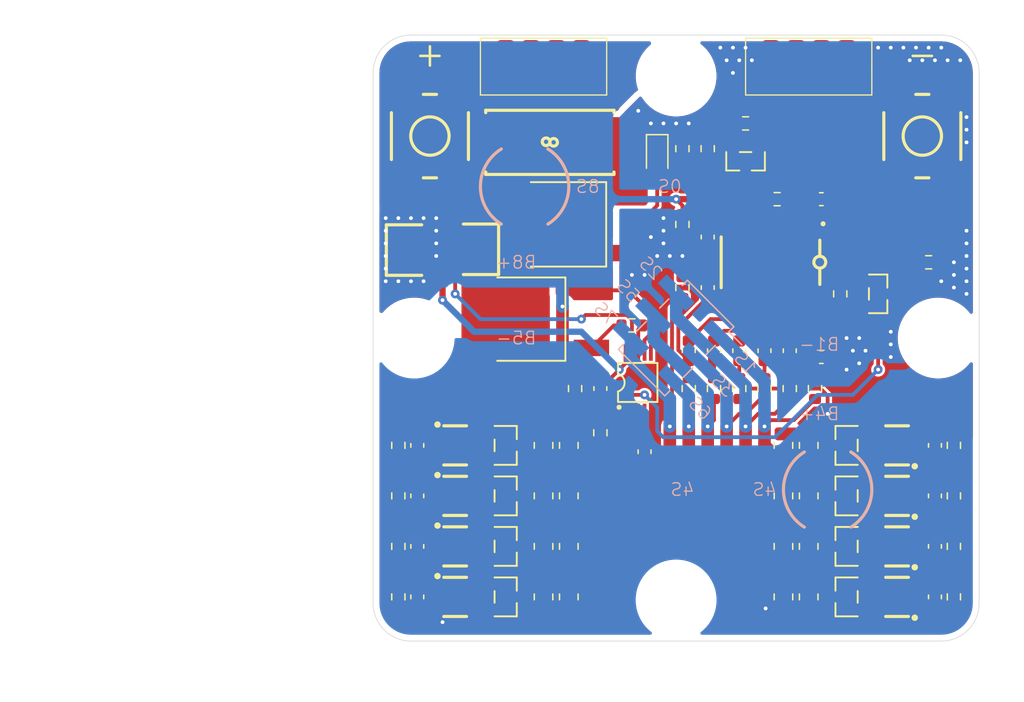
<source format=kicad_pcb>
(kicad_pcb (version 20240108) (generator "pcbnew") (generator_version "8.0")
  (layers (0 "F.Cu" signal) (31 "B.Cu" signal) (34 "B.Paste" user) (35 "F.Paste" user) (36 "B.SilkS" user "B.Silkscreen") (37 "F.SilkS" user "F.Silkscreen") (38 "B.Mask" user) (39 "F.Mask" user) (44 "Edge.Cuts" user))
  (net 0 "")
  (net 1 "GND")
  (net 2 "V1")
  (net 3 "V2")
  (net 4 "V3")
  (net 5 "V4")
  (net 6 "V7")
  (net 7 "V8")
  (net 8 "V6")
  (net 9 "1S")
  (net 10 "V5")
  (net 11 "2S")
  (net 12 "3S")
  (net 13 "Net-(U18-TIMER)")
  (net 14 "VOUT")
  (net 15 "DO")
  (net 16 "CO")
  (net 17 "Net-(U18-VREF)")
  (net 18 "Net-(U18-PROG)")
  (net 19 "Net-(U18-GATE)")
  (net 21 "4S")
  (net 22 "5S")
  (net 23 "6S")
  (net 24 "7S")
  (net 25 "8S")
  (net 26 "Net-(UB1-VDD)")
  (net 27 "Net-(UB2-VDD)")
  (net 28 "Net-(UB3-VDD)")
  (net 29 "Net-(UB4-VDD)")
  (net 30 "Net-(UB5-VDD)")
  (net 31 "Net-(UB6-VDD)")
  (net 32 "Net-(UB7-VDD)")
  (net 33 "Net-(UB8-VDD)")
  (net 34 "Net-(QB1-D)")
  (net 35 "Net-(QB1-G)")
  (net 36 "Net-(QB2-G)")
  (net 37 "Net-(QB2-D)")
  (net 38 "Net-(QB3-D)")
  (net 39 "Net-(QB3-G)")
  (net 40 "Net-(QB4-G)")
  (net 41 "Net-(QB4-D)")
  (net 42 "Net-(QB5-D)")
  (net 43 "Net-(QB5-G)")
  (net 44 "Net-(QB6-G)")
  (net 45 "Net-(QB6-D)")
  (net 46 "Net-(QB7-G)")
  (net 47 "Net-(QB7-D)")
  (net 48 "Net-(QB8-G)")
  (net 49 "Net-(QB8-D)")
  (net 74 "Net-(UP1-VDD)")
  (net 75 "Net-(DF1-A)")
  (net 76 "Net-(QF1-G)")
  (net 77 "Net-(QF1-S)")
  (net 78 "Net-(QF1-D)")
  (net 79 "Net-(QF3-D)")
  (net 80 "Net-(QF4-D)")
  (net 81 "Net-(UP1-TS)")
  (net 85 "Net-(DF1-K)")
  (footprint "Resistor_SMD:R_0603_1608Metric" (layer "F.Cu") (at 83 64 180)
    (property "Reference" "RP9" (hide yes))
    (property "Value" "300")
  )
  (footprint "Resistor_SMD:R_0603_1608Metric" (layer "F.Cu") (at 53 91.5 -90)
    (property "Reference" "RB6" (hide yes))
    (property "Value" "100")
  )
  (footprint "EasyEDA2KiCad:SOT-23-3_L2.9-W1.6-P1.90-LS2.8-BR" (layer "F.Cu") (at 61.5 83.5 180)
    (property "Reference" "QB8" (hide yes))
    (property "Value" "AO3400A")
  )
  (footprint "Resistor_SMD:R_0603_1608Metric" (layer "F.Cu") (at 71.5 74)
    (property "Reference" "RF5" (hide yes))
    (property "Value" "10")
  )
  (footprint "EasyEDA2KiCad:CONN-SMD_TS34031" (layer "F.Cu") (at 94.5 59 90)
    (property "Reference" "JE1" (hide yes))
    (property "Value" "TS34031")
  )
  (footprint "EasyEDA2KiCad:SOT-23-3_L2.9-W1.3-P1.90-LS2.4-BR" (layer "F.Cu") (at 91 71.5 180)
    (property "Reference" "QF3" (hide yes))
    (property "Value" "2N7002")
  )
  (footprint "Resistor_SMD:R_0805_2012Metric" (layer "F.Cu") (at 64.5 87.5 -90)
    (property "Reference" "RB15" (hide yes))
    (property "Value" "200")
  )
  (footprint "EasyEDA2KiCad:VSSOP-10_L3.0-W3.0-P0.50-LS4.9-BL" (layer "F.Cu") (at 72 78.5)
    (property "Reference" "U18" (hide yes))
    (property "Value" "TPS2491DGSR")
  )
  (footprint "Capacitor_SMD:C_0603_1608Metric" (layer "F.Cu") (at 95.5 91.5 90)
    (property "Reference" "CB3" (hide yes))
    (property "Value" "100n")
  )
  (footprint "Resistor_SMD:R_0805_2012Metric" (layer "F.Cu") (at 66.5 95.5 -90)
    (property "Reference" "RB21" (hide yes))
    (property "Value" "200")
  )
  (footprint "Resistor_SMD:R_0805_2012Metric" (layer "F.Cu") (at 66.5 91.5 -90)
    (property "Reference" "RB22" (hide yes))
    (property "Value" "200")
  )
  (footprint "MountingHole:MountingHole_3mm" (layer "F.Cu") (at 54.25 75)
    (property "Reference" "H4" (hide yes))
    (property "Value" "MountingHole")
  )
  (footprint "Resistor_SMD:R_0603_1608Metric" (layer "F.Cu") (at 53 87.5 -90)
    (property "Reference" "RB7" (hide yes))
    (property "Value" "100")
  )
  (footprint "Resistor_SMD:R_0603_1608Metric" (layer "F.Cu") (at 53 95.5 -90)
    (property "Reference" "RB5" (hide yes))
    (property "Value" "100")
  )
  (footprint "Resistor_SMD:R_0603_1608Metric" (layer "F.Cu") (at 80.5 58 180)
    (property "Reference" "RF8" (hide yes))
    (property "Value" "10K")
  )
  (footprint "EasyEDA2KiCad:TO-252-2_L6.6-W6.1-P4.57-LS10.0-BR-CW" (layer "F.Cu") (at 65 73.5)
    (property "Reference" "QF1" (hide yes))
    (property "Value" "MS50N06")
  )
  (footprint "EasyEDA2KiCad:FUSE-SMD_L9.7-W5.0" (layer "F.Cu") (at 65 59.5 180)
    (property "Reference" "F1" (hide yes))
    (property "Value" "0154010.DR")
  )
  (footprint "Capacitor_SMD:C_0603_1608Metric" (layer "F.Cu") (at 95.5 95.5 90)
    (property "Reference" "CB4" (hide yes))
    (property "Value" "100n")
  )
  (footprint "EasyEDA2KiCad:SOT-23-6_L2.9-W1.6-P0.95-LS2.8-BR" (layer "F.Cu") (at 92.5 95.5)
    (property "Reference" "UB4" (hide yes))
    (property "Value" "HY2213-BB3A")
  )
  (footprint "Capacitor_SMD:C_0603_1608Metric" (layer "F.Cu") (at 54.5 95.5 -90)
    (property "Reference" "CB5" (hide yes))
    (property "Value" "100n")
  )
  (footprint "Resistor_SMD:R_0805_2012Metric" (layer "F.Cu") (at 85.5 95.5 90)
    (property "Reference" "RB12" (hide yes))
    (property "Value" "200")
  )
  (footprint "EasyEDA2KiCad:SOT-23-3_L2.9-W1.6-P1.90-LS2.8-BR" (layer "F.Cu") (at 61.5 91.5 180)
    (property "Reference" "QB6" (hide yes))
    (property "Value" "AO3400A")
  )
  (footprint "Capacitor_SMD:C_0603_1608Metric" (layer "F.Cu") (at 82 76 -90)
    (property "Reference" "CP3" (hide yes))
    (property "Value" "100n")
  )
  (footprint "MountingHole:MountingHole_3mm" (layer "F.Cu") (at 95.75 75)
    (property "Reference" "H2" (hide yes))
    (property "Value" "MountingHole")
  )
  (footprint "EasyEDA2KiCad:SOT-23-6_L2.9-W1.6-P0.95-LS2.8-BR" (layer "F.Cu") (at 92.5 87.5)
    (property "Reference" "UB2" (hide yes))
    (property "Value" "HY2213-BB3A")
  )
  (footprint "EasyEDA2KiCad:SOT-23-3_L2.9-W1.6-P1.90-LS2.8-BR" (layer "F.Cu") (at 88.5 95.5)
    (property "Reference" "QB4" (hide yes))
    (property "Value" "AO3400A")
  )
  (footprint "MountingHole:MountingHole_3mm" (layer "F.Cu") (at 75 54.25)
    (property "Reference" "H1" (hide yes))
    (property "Value" "MountingHole")
  )
  (footprint "Capacitor_SMD:C_0603_1608Metric" (layer "F.Cu") (at 54.5 87.5 -90)
    (property "Reference" "CB7" (hide yes))
    (property "Value" "100n")
  )
  (footprint "Capacitor_SMD:C_0603_1608Metric" (layer "F.Cu") (at 77.5 71 90)
    (property "Reference" "CP7" (hide yes))
    (property "Value" "100n")
  )
  (footprint "Capacitor_SMD:C_0603_1608Metric" (layer "F.Cu") (at 84 76 -90)
    (property "Reference" "CP2" (hide yes))
    (property "Value" "100n")
  )
  (footprint "Resistor_SMD:R_0603_1608Metric" (layer "F.Cu") (at 97 95.5 90)
    (property "Reference" "RB4" (hide yes))
    (property "Value" "100")
  )
  (footprint "EasyEDA2KiCad:SOT-23-6_L2.9-W1.6-P0.95-LS2.8-BR" (layer "F.Cu") (at 57.5 87.5 180)
    (property "Reference" "UB7" (hide yes))
    (property "Value" "HY2213-BB3A")
  )
  (footprint "Capacitor_SMD:C_0603_1608Metric" (layer "F.Cu") (at 54.5 91.5 -90)
    (property "Reference" "CB6" (hide yes))
    (property "Value" "100n")
  )
  (footprint "Capacitor_SMD:C_0603_1608Metric" (layer "F.Cu") (at 77.5 67 90)
    (property "Reference" "CP8" (hide yes))
    (property "Value" "100n")
  )
  (footprint "Capacitor_SMD:C_0603_1608Metric" (layer "F.Cu") (at 86.5 64 180)
    (property "Reference" "CP9" (hide yes))
    (property "Value" "100n")
  )
  (footprint "Resistor_SMD:R_0603_1608Metric" (layer "F.Cu") (at 95 69)
    (property "Reference" "TH1" (hide yes))
    (property "Value" "NTCS0603E3103JHT")
  )
  (footprint "Resistor_SMD:R_0603_1608Metric" (layer "F.Cu") (at 97 83.5 90)
    (property "Reference" "RB1" (hide yes))
    (property "Value" "100")
  )
  (footprint "Resistor_SMD:R_0603_1608Metric" (layer "F.Cu") (at 53 83.5 -90)
    (property "Reference" "RB8" (hide yes))
    (property "Value" "100")
  )
  (footprint "Capacitor_SMD:C_0603_1608Metric" (layer "F.Cu") (at 78 76 -90)
    (property "Reference" "CP5" (hide yes))
    (property "Value" "100n")
  )
  (footprint "Capacitor_SMD:C_0603_1608Metric" (layer "F.Cu") (at 95.5 83.5 90)
    (property "Reference" "CB1" (hide yes))
    (property "Value" "100n")
  )
  (footprint "Resistor_SMD:R_0603_1608Metric" (layer "F.Cu") (at 84 79 -90)
    (property "Reference" "RP2" (hide yes))
    (property "Value" "1K")
  )
  (footprint "Resistor_SMD:R_0805_2012Metric" (layer "F.Cu") (at 85.5 91.5 90)
    (property "Reference" "RB11" (hide yes))
    (property "Value" "200")
  )
  (footprint "Resistor_SMD:R_0805_2012Metric" (layer "F.Cu") (at 83.5 83.5 90)
    (property "Reference" "RB17" (hide yes))
    (property "Value" "200")
  )
  (footprint "EasyEDA2KiCad:SOT-23-3_L2.9-W1.6-P1.90-LS2.8-BR" (layer "F.Cu") (at 61.5 95.5 180)
    (property "Reference" "QB5" (hide yes))
    (property "Value" "AO3400A")
  )
  (footprint "Resistor_SMD:R_0805_2012Metric" (layer "F.Cu") (at 64.5 91.5 -90)
    (property "Reference" "RB14" (hide yes))
    (property "Value" "200")
  )
  (footprint "Resistor_SMD:R_0603_1608Metric" (layer "F.Cu") (at 86 79 -90)
    (property "Reference" "RP1" (hide yes))
    (property "Value" "1K")
  )
  (footprint "Resistor_SMD:R_0805_2012Metric" (layer "F.Cu") (at 83.5 87.5 90)
    (property "Reference" "RB18" (hide yes))
    (property "Value" "200")
  )
  (footprint "EasyEDA2KiCad:SOT-23-3_L2.9-W1.3-P1.90-LS2.4-BR" (layer "F.Cu") (at 80.5 61 90)
    (property "Reference" "QF4" (hide yes))
    (property "Value" "2N7002")
  )
  (footprint "Capacitor_SMD:C_0603_1608Metric" (layer "F.Cu") (at 80 76 -90)
    (property "Reference" "CP4" (hide yes))
    (property "Value" "100n")
  )
  (footprint "EasyEDA2KiCad:SOT-23-6_L2.9-W1.6-P0.95-LS2.8-BR" (layer "F.Cu") (at 57.5 95.5 180)
    (property "Reference" "UB5" (hide yes))
    (property "Value" "HY2213-BB3A")
  )
  (footprint "EasyEDA2KiCad:TO-252-2_L6.6-W6.1-P4.57-LS9.9-TL-CW" (layer "F.Cu") (at 68 66 180)
    (property "Reference" "QF2" (hide yes))
    (property "Value" "NCE40P40K")
  )
  (footprint "EasyEDA2KiCad:4p_BC" (layer "F.Cu") (at 85.5 53.5)
    (property "Reference" "JE4" (hide yes))
    (property "Value" "Conn_01x04_Socket")
  )
  (footprint "Capacitor_SMD:C_0603_1608Metric" (layer "F.Cu") (at 76 76 -90)
    (property "Reference" "CP6" (hide yes))
    (property "Value" "100n")
  )
  (footprint "Capacitor_SMD:C_0603_1608Metric" (layer "F.Cu") (at 86.5 76.5 180)
    (property "Reference" "CP1" (hide yes))
    (property "Value" "100n")
  )
  (footprint "Resistor_SMD:R_0603_1608Metric" (layer "F.Cu") (at 77.5 60 -90)
    (property "Reference" "RF7" (hide yes))
    (property "Value" "10K")
  )
  (footprint "EasyEDA2KiCad:RES-SMD_L6.4-W3.2-A" (layer "F.Cu") (at 56.5 68)
    (property "Reference" "RF10" (hide yes))
    (property "Value" "6m")
  )
  (footprint "Resistor_SMD:R_0603_1608Metric" (layer "F.Cu") (at 82 79 -90)
    (property "Reference" "RP3" (hide yes))
    (property "Value" "1K")
  )
  (footprint "Resistor_SMD:R_0603_1608Metric" (layer "F.Cu") (at 97 91.5 90)
    (property "Reference" "RB3" (hide yes))
    (property "Value" "100")
  )
  (footprint "EasyEDA2KiCad:SOT-23-6_L2.9-W1.6-P0.95-LS2.8-BR" (layer "F.Cu") (at 57.5 83.5 180)
    (property "Reference" "UB8" (hide yes))
    (property "Value" "HY2213-BB3A")
  )
  (footprint "EasyEDA2KiCad:CONN-SMD_TS34031" (layer "F.Cu") (at 55.5 59 90)
    (property "Reference" "JE2" (hide yes))
    (property "Value" "TS34031")
  )
  (footprint "MountingHole:MountingHole_3mm" (layer "F.Cu") (at 75 95.75)
    (property "Reference" "H3" (hide yes))
    (property "Value" "MountingHole")
  )
  (footprint "Resistor_SMD:R_0603_1608Metric" (layer "F.Cu") (at 75.5 71 -90)
    (property "Reference" "RP7" (hide yes))
    (property "Value" "1K")
  )
  (footprint "EasyEDA2KiCad:SOT-23-3_L2.9-W1.6-P1.90-LS2.8-BR" (layer "F.Cu") (at 88.5 83.5)
    (property "Reference" "QB1" (hide yes))
    (property "Value" "AO3400A")
  )
  (footprint "Capacitor_SMD:C_0603_1608Metric" (layer "F.Cu") (at 72.5 84 -90)
    (property "Reference" "CF2" (hide yes))
    (property "Value" "33n")
  )
  (footprint "Resistor_SMD:R_0603_1608Metric" (layer "F.Cu") (at 75.5 66 90)
    (property "Reference" "RP8" (hide yes))
    (property "Value" "1K")
  )
  (footprint "EasyEDA2KiCad:SOT-23-6_L2.9-W1.6-P0.95-LS2.8-BR" (layer "F.Cu") (at 92.5 91.5)
    (property "Reference" "UB3" (hide yes))
    (property "Value" "HY2213-BB3A")
  )
  (footprint "Resistor_SMD:R_0805_2012Metric" (layer "F.Cu") (at 85.5 83.5 90)
    (property "Reference" "RB9" (hide yes))
    (property "Value" "200")
  )
  (footprint "Resistor_SMD:R_0603_1608Metric" (layer "F.Cu") (at 76 79 -90)
    (property "Reference" "RP6" (hide yes))
    (property "Value" "1K")
  )
  (footprint "EasyEDA2KiCad:SOT-23-6_L2.9-W1.6-P0.95-LS2.8-BR" (layer "F.Cu") (at 57.5 91.5 180)
    (property "Reference" "UB6" (hide yes))
    (property "Value" "HY2213-BB3A")
  )
  (footprint "Resistor_SMD:R_0603_1608Metric" (layer "F.Cu") (at 67 79 -90)
    (property "Reference" "RF1" (hide yes))
    (property "Value" "51K")
  )
  (footprint "Capacitor_SMD:C_0603_1608Metric" (layer "F.Cu") (at 69 79 90)
    (property "Reference" "CF1" (hide yes))
    (property "Value" "100n")
  )
  (footprint "Diode_SMD:D_SOD-323" (layer "F.Cu") (at 73.5 60.5 -90)
    (property "Reference" "DF1" (hide yes))
    (property "Value" "D_Zener 12V")
  )
  (footprint "Capacitor_SMD:C_0603_1608Metric" (layer "F.Cu") (at 54.5 83.5 -90)
    (property "Reference" "CB8" (hide yes))
    (property "Value" "100n")
  )
  (footprint "EasyEDA2KiCad:TSSOP-24_L7.8-W4.4-P0.65-LS6.4-BL" (layer "F.Cu") (at 82.5 69 180)
    (property "Reference" "UP1" (hide yes))
    (property "Value" "BQ7721605PWR")
  )
  (footprint "Resistor_SMD:R_0805_2012Metric" (layer "F.Cu") (at 64.5 95.5 -90)
    (property "Reference" "RB13" (hide yes))
    (property "Value" "200")
  )
  (footprint "Resistor_SMD:R_0603_1608Metric" (layer "F.Cu") (at 97 87.5 90)
    (property "Reference" "RB2" (hide yes))
    (property "Value" "100")
  )
  (footprint "Capacitor_SMD:C_0603_1608Metric" (layer "F.Cu") (at 95.5 87.5 90)
    (property "Reference" "CB2" (hide yes))
    (property "Value" "100n")
  )
  (footprint "Resistor_SMD:R_0805_2012Metric" (layer "F.Cu") (at 64.5 83.5 -90)
    (property "Reference" "RB16" (hide yes))
    (property "Value" "200")
  )
  (footprint "EasyEDA2KiCad:4p_BC" (layer "F.Cu") (at 64.5 53.5)
    (property "Reference" "JE3" (hide yes))
    (property "Value" "Conn_01x04_Socket")
  )
  (footprint "EasyEDA2KiCad:SOT-23-3_L2.9-W1.6-P1.90-LS2.8-BR" (layer "F.Cu") (at 88.5 87.5)
    (property "Reference" "QB2" (hide yes))
    (property "Value" "AO3400A")
  )
  (footprint "Resistor_SMD:R_0805_2012Metric" (layer "F.Cu") (at 66.5 83.5 -90)
    (property "Reference" "RB24" (hide yes))
    (property "Value" "200")
  )
  (footprint "Resistor_SMD:R_0805_2012Metric" (layer "F.Cu") (at 83.5 91.5 90)
    (property "Reference" "RB19" (hide yes))
    (property "Value" "200")
  )
  (footprint "Resistor_SMD:R_0603_1608Metric" (layer "F.Cu") (at 75.5 60 90)
    (property "Reference" "RF6" (hide yes))
    (property "Value" "10K")
  )
  (footprint "Resistor_SMD:R_0603_1608Metric" (layer "F.Cu") (at 80 79 -90)
    (property "Reference" "RP4" (hide yes))
    (property "Value" "1K")
  )
  (footprint "Resistor_SMD:R_0805_2012Metric" (layer "F.Cu") (at 85.5 87.5 90)
    (property "Reference" "RB10" (hide yes))
    (property "Value" "200")
  )
  (footprint "Resistor_SMD:R_0603_1608Metric" (layer "F.Cu") (at 78 79 -90)
    (property "Reference" "RP5" (hide yes))
    (property "Value" "1K")
  )
  (footprint "EasyEDA2KiCad:SOT-23-3_L2.9-W1.6-P1.90-LS2.8-BR" (layer "F.Cu") (at 61.5 87.5 180)
    (property "Reference" "QB7" (hide yes))
    (property "Value" "AO3400A")
  )
  (footprint "Resistor_SMD:R_0805_2012Metric" (layer "F.Cu") (at 66.5 87.5 -90)
    (property "Reference" "RB23" (hide yes))
    (property "Value" "200")
  )
  (footprint "Resistor_SMD:R_0805_2012Metric" (layer "F.Cu") (at 83.5 95.5 90)
    (property "Reference" "RB20" (hide yes))
    (property "Value" "200")
  )
  (footprint "Resistor_SMD:R_0603_1608Metric" (layer "F.Cu") (at 88 71.5 -90)
    (property "Reference" "RF2" (hide yes))
    (property "Value" "10K")
  )
  (footprint "EasyEDA2KiCad:SOT-23-3_L2.9-W1.6-P1.90-LS2.8-BR" (layer "F.Cu") (at 88.5 91.5)
    (property "Reference" "QB3" (hide yes))
    (property "Value" "AO3400A")
  )
  (footprint "Resistor_SMD:R_0603_1608Metric" (layer "F.Cu") (at 69 82.5 -90)
    (property "Reference" "RF3" (hide yes))
    (property "Value" "47K")
  )
  (footprint "EasyEDA2KiCad:SOT-23-6_L2.9-W1.6-P0.95-LS2.8-BR" (layer "F.Cu") (at 92.5 83.5)
    (property "Reference" "UB1" (hide yes))
    (property "Value" "HY2213-BB3A")
  )
  (footprint "Battery:li-ion 21700 positive terminal contact" (layer "B.Cu") (at 63 63 180)
    (property "Reference" "JI4" (hide yes))
    (property "Value" "MY-FJ-04-J")
  )
  (footprint "Battery:li-ion 21700 negative terminal contact" (layer "B.Cu") (at 87 63 180)
    (property "Reference" "JI1" (hide yes))
    (property "Value" "Flat Copper Pad")
  )
  (footprint "Battery:li-ion 21700 negative terminal contact" (layer "B.Cu") (at 63 87 180)
    (property "Reference" "JI2" (hide yes))
    (property "Value" "Flat Copper Pad")
  )
  (footprint "Battery:li-ion 21700 positive terminal contact" (layer "B.Cu") (at 87 87 180)
    (property "Reference" "JI3" (hide yes))
    (property "Value" "MY-FJ-04-J")
  )
  (footprint "Connector_PinHeader_2.54mm:PinHeader_2x03_P2.54mm_Vertical_SMD" (layer "B.Cu") (at 75 75 135)
    (property "Reference" "JI5" (hide yes))
    (property "Value" "Conn_02x03_Odd_Even")
  )
  (gr_arc (start 96 51) (mid 98.12132 51.87868) (end 99 54) (stroke (width 0.05)) (layer "Edge.Cuts"))
  (gr_line (start 54 51) (end 96 51) (stroke (width 0.05)) (layer "Edge.Cuts"))
  (gr_line (start 96 99) (end 54 99) (stroke (width 0.05)) (layer "Edge.Cuts"))
  (gr_line (start 99 54) (end 99 96) (stroke (width 0.05)) (layer "Edge.Cuts"))
  (gr_line (start 51 96) (end 51 54) (stroke (width 0.05)) (layer "Edge.Cuts"))
  (gr_arc (start 54 99) (mid 51.87868 98.12132) (end 51 96) (stroke (width 0.05)) (layer "Edge.Cuts"))
  (gr_arc (start 99 96) (mid 98.12132 98.12132) (end 96 99) (stroke (width 0.05)) (layer "Edge.Cuts"))
  (gr_arc (start 51 54) (mid 51.87868 51.87868) (end 54 51) (stroke (width 0.05)) (layer "Edge.Cuts"))
  (gr_text "5S" (at 71.5 72.4 315) (layer "B.SilkS") (effects (font (size 1 1) (thickness 0.1)) (justify left bottom mirror)))
  (gr_text "0S" (at 74.5 63 0) (layer "B.SilkS") (effects (font (size 1 1) (thickness 0.1)) (justify mirror)))
  (gr_text "7S" (at 69.7 74.2 315) (layer "B.SilkS") (effects (font (size 1 1) (thickness 0.1)) (justify left bottom mirror)))
  (gr_text "4S" (at 75.5 87 0) (layer "B.SilkS") (effects (font (size 1 1) (thickness 0.1)) (justify mirror)))
  (gr_text "B8+" (at 64 69 0) (layer "B.SilkS") (effects (font (size 1 1) (thickness 0.1)) (justify left mirror)))
  (gr_text "B4+" (at 88 81 0) (layer "B.SilkS") (effects (font (size 1 1) (thickness 0.1)) (justify left mirror)))
  (gr_text "3S" (at 79 79.9 315) (layer "B.SilkS") (effects (font (size 1 1) (thickness 0.1)) (justify left bottom mirror)))
  (gr_text "B5-" (at 64 75 0) (layer "B.SilkS") (effects (font (size 1 1) (thickness 0.1)) (justify left mirror)))
  (gr_text "8S" (at 68 63 0) (layer "B.SilkS") (effects (font (size 1 1) (thickness 0.1)) (justify mirror)))
  (gr_text "2S" (at 73.3 70.6 315) (layer "B.SilkS") (effects (font (size 1 1) (thickness 0.1)) (justify left bottom mirror)))
  (gr_text "6S" (at 77.2 81.7 315) (layer "B.SilkS") (effects (font (size 1 1) (thickness 0.1)) (justify left bottom mirror)))
  (gr_text "4S" (at 82 87 0) (layer "B.SilkS") (effects (font (size 1 1) (thickness 0.1)) (justify mirror)))
  (gr_text "1S" (at 80.8 78.1 315) (layer "B.SilkS") (effects (font (size 1 1) (thickness 0.1)) (justify left bottom mirror)))
  (gr_text "B1-" (at 88 75.5 0) (layer "B.SilkS") (effects (font (size 1 1) (thickness 0.1)) (justify left mirror)))
  (gr_text "+" (at 55.5 52.5 0) (layer "F.SilkS") (effects (font (size 2 2) (thickness 0.2) (bold yes))))
  (gr_text "-" (at 94.5 52.5 0) (layer "F.SilkS") (effects (font (size 2 2) (thickness 0.2) (bold yes))))
  (segment (start 95.325 82.55) (end 95.5 82.725) (width 0.5) (layer "F.Cu") (net 1))
  (segment (start 93.85 82.55) (end 95.325 82.55) (width 0.5) (layer "F.Cu") (net 1))
  (via (at 97 69) (size 0.7) (drill 0.3) (layers "F.Cu" "B.Cu") (net 1))
  (via (at 96.5 53) (size 0.7) (drill 0.3) (layers "F.Cu" "B.Cu") (net 1))
  (via (at 98 59.5) (size 0.7) (drill 0.3) (layers "F.Cu" "B.Cu") (net 1))
  (via (at 75.5 68.5) (size 0.7) (drill 0.3) (layers "F.Cu" "B.Cu") (net 1))
  (via (at 97 70) (size 0.7) (drill 0.3) (layers "F.Cu" "B.Cu") (net 1))
  (via (at 78.5 52) (size 0.7) (drill 0.3) (layers "F.Cu" "B.Cu") (net 1))
  (via (at 81 53) (size 0.7) (drill 0.3) (layers "F.Cu" "B.Cu") (net 1))
  (via (at 71.5 70) (size 0.7) (drill 0.3) (layers "F.Cu" "B.Cu") (net 1))
  (via (at 92 52) (size 0.7) (drill 0.3) (layers "F.Cu" "B.Cu") (net 1))
  (via (at 80 53) (size 0.7) (drill 0.3) (layers "F.Cu" "B.Cu") (net 1))
  (via (at 93.5 53) (size 0.7) (drill 0.3) (layers "F.Cu" "B.Cu") (net 1))
  (via (at 74.5 68.5) (size 0.7) (drill 0.3) (layers "F.Cu" "B.Cu") (net 1))
  (via (at 98 70.5) (size 0.7) (drill 0.3) (layers "F.Cu" "B.Cu") (net 1))
  (via (at 79.5 52) (size 0.7) (drill 0.3) (layers "F.Cu" "B.Cu") (net 1))
  (via (at 74 65.5) (size 0.7) (drill 0.3) (layers "F.Cu" "B.Cu") (net 1))
  (via (at 88.5 75) (size 0.7) (drill 0.3) (layers "F.Cu" "B.Cu") (net 1))
  (via (at 72.5 70) (size 0.7) (drill 0.3) (layers "F.Cu" "B.Cu") (net 1))
  (via (at 79 53) (size 0.7) (drill 0.3) (layers "F.Cu" "B.Cu") (net 1))
  (via (at 98 69.5) (size 0.7) (drill 0.3) (layers "F.Cu" "B.Cu") (net 1))
  (via (at 94.5 53) (size 0.7) (drill 0.3) (layers "F.Cu" "B.Cu") (net 1))
  (via (at 73 67) (size 0.7) (drill 0.3) (layers "F.Cu" "B.Cu") (net 1))
  (via (at 97 71) (size 0.7) (drill 0.3) (layers "F.Cu" "B.Cu") (net 1))
  (via (at 89.5 75) (size 0.7) (drill 0.3) (layers "F.Cu" "B.Cu") (net 1))
  (via (at 98 67.5) (size 0.7) (drill 0.3) (layers "F.Cu" "B.Cu") (net 1))
  (via (at 92 75.5) (size 0.7) (drill 0.3) (layers "F.Cu" "B.Cu") (net 1))
  (via (at 91 52) (size 0.7) (drill 0.3) (layers "F.Cu" "B.Cu") (net 1))
  (via (at 89.5 77) (size 0.7) (drill 0.3) (layers "F.Cu" "B.Cu") (net 1))
  (via (at 92 76.5) (size 0.7) (drill 0.3) (layers "F.Cu" "B.Cu") (net 1))
  (via (at 94 52) (size 0.7) (drill 0.3) (layers "F.Cu" "B.Cu") (net 1))
  (via (at 75 58) (size 0.7) (drill 0.3) (layers "F.Cu" "B.Cu") (net 1))
  (via (at 76 58) (size 0.7) (drill 0.3) (layers "F.Cu" "B.Cu") (net 1))
  (via (at 80.5 52) (size 0.7) (drill 0.3) (layers "F.Cu" "B.Cu") (net 1))
  (via (at 88.5 77.5) (size 0.7) (drill 0.3) (layers "F.Cu" "B.Cu") (net 1))
  (via (at 98 66.5) (size 0.7) (drill 0.3) (layers "F.Cu" "B.Cu") (net 1))
  (via (at 95.5 53) (size 0.7) (drill 0.3) (layers "F.Cu" "B.Cu") (net 1))
  (via (at 92 74.5) (size 0.7) (drill 0.3) (layers "F.Cu" "B.Cu") (net 1))
  (via (at 96 70.5) (size 0.7) (drill 0.3) (layers "F.Cu" "B.Cu") (net 1))
  (via (at 74 67.5) (size 0.7) (drill 0.3) (layers "F.Cu" "B.Cu") (net 1))
  (via (at 98 68.5) (size 0.7) (drill 0.3) (layers "F.Cu" "B.Cu") (net 1))
  (via (at 73 58) (size 0.7) (drill 0.3) (layers "F.Cu" "B.Cu") (net 1))
  (via (at 98 57.5) (size 0.7) (drill 0.3) (layers "F.Cu" "B.Cu") (net 1))
  (via (at 74 66.5) (size 0.7) (drill 0.3) (layers "F.Cu" "B.Cu") (net 1))
  (via (at 79.5 54) (size 0.7) (drill 0.3) (layers "F.Cu" "B.Cu") (net 1))
  (via (at 98 71.5) (size 0.7) (drill 0.3) (layers "F.Cu" "B.Cu") (net 1))
  (via (at 90 76) (size 0.7) (drill 0.3) (layers "F.Cu" "B.Cu") (net 1))
  (via (at 72 57) (size 0.7) (drill 0.3) (layers "F.Cu" "B.Cu") (net 1))
  (via (at 73.5 68.5) (size 0.7) (drill 0.3) (layers "F.Cu" "B.Cu") (net 1))
  (via (at 93 52) (size 0.7) (drill 0.3) (layers "F.Cu" "B.Cu") (net 1))
  (via (at 97.5 53) (size 0.7) (drill 0.3) (layers "F.Cu" "B.Cu") (net 1))
  (via (at 95 52) (size 0.7) (drill 0.3) (layers "F.Cu" "B.Cu") (net 1))
  (via (at 89 76) (size 0.7) (drill 0.3) (layers "F.Cu" "B.Cu") (net 1))
  (via (at 74 58) (size 0.7) (drill 0.3) (layers "F.Cu" "B.Cu") (net 1))
  (via (at 96 52) (size 0.7) (drill 0.3) (layers "F.Cu" "B.Cu") (net 1))
  (via (at 98 58.5) (size 0.7) (drill 0.3) (layers "F.Cu" "B.Cu") (net 1))
  (segment (start 86 78.175) (end 86 76.775) (width 0.3) (layer "F.Cu") (net 2))
  (segment (start 84.45 75.225) (end 85.725 76.5) (width 0.3) (layer "F.Cu") (net 2))
  (segment (start 83.47 72.02) (end 83.47 74.695) (width 0.3) (layer "F.Cu") (net 2))
  (segment (start 86 76.775) (end 85.725 76.5) (width 0.3) (layer "F.Cu") (net 2))
  (segment (start 84 75.225) (end 84.45 75.225) (width 0.3) (layer "F.Cu") (net 2))
  (segment (start 83.47 74.695) (end 84 75.225) (width 0.3) (layer "F.Cu") (net 2))
  (segment (start 84 76.775) (end 84 78.175) (width 0.3) (layer "F.Cu") (net 3))
  (segment (start 82 75.225) (end 82.45 75.225) (width 0.3) (layer "F.Cu") (net 3))
  (segment (start 82.82 74.405) (end 82 75.225) (width 0.3) (layer "F.Cu") (net 3))
  (segment (start 82.82 72.02) (end 82.82 74.405) (width 0.3) (layer "F.Cu") (net 3))
  (segment (start 82.45 75.225) (end 84 76.775) (width 0.3) (layer "F.Cu") (net 3))
  (segment (start 82.18 73.045) (end 80 75.225) (width 0.3) (layer "F.Cu") (net 4))
  (segment (start 82.18 72.02) (end 82.18 73.045) (width 0.3) (layer "F.Cu") (net 4))
  (segment (start 82 76.775) (end 82 78.175) (width 0.3) (layer "F.Cu") (net 4))
  (segment (start 80.45 75.225) (end 82 76.775) (width 0.3) (layer "F.Cu") (net 4))
  (segment (start 80 75.225) (end 80.45 75.225) (width 0.3) (layer "F.Cu") (net 4))
  (segment (start 78 75.225) (end 78.45 75.225) (width 0.3) (layer "F.Cu") (net 5))
  (segment (start 78.8 74.425) (end 78 75.225) (width 0.3) (layer "F.Cu") (net 5))
  (segment (start 78.45 75.225) (end 80 76.775) (width 0.3) (layer "F.Cu") (net 5))
  (segment (start 80.092894 74.425) (end 78.8 74.425) (width 0.3) (layer "F.Cu") (net 5))
  (segment (start 81.52 72.02) (end 81.52 72.997894) (width 0.3) (layer "F.Cu") (net 5))
  (segment (start 80 76.775) (end 80 78.175) (width 0.3) (layer "F.Cu") (net 5))
  (segment (start 81.52 72.997894) (end 80.092894 74.425) (width 0.3) (layer "F.Cu") (net 5))
  (segment (start 75.5 70.175) (end 77.45 70.175) (width 0.3) (layer "F.Cu") (net 6))
  (segment (start 77.5 70.225) (end 77.5 67.775) (width 0.3) (layer "F.Cu") (net 6))
  (segment (start 77.5 67.775) (end 78.93 66.345) (width 0.3) (layer "F.Cu") (net 6))
  (segment (start 78.93 66.345) (end 78.93 65.98) (width 0.3) (layer "F.Cu") (net 6))
  (segment (start 77.45 70.175) (end 77.5 70.225) (width 0.3) (layer "F.Cu") (net 6))
  (segment (start 79.57 65.98) (end 84.77 65.98) (width 0.3) (layer "F.Cu") (net 7))
  (segment (start 77.5 65.685) (end 77.5 66.225) (width 0.3) (layer "F.Cu") (net 7))
  (segment (start 77.5 66.225) (end 76.1 66.225) (width 0.3) (layer "F.Cu") (net 7))
  (segment (start 76.1 66.225) (end 75.5 66.825) (width 0.3) (layer "F.Cu") (net 7))
  (segment (start 79.57 65.98) (end 79.57 64.855) (width 0.3) (layer "F.Cu") (net 7))
  (segment (start 79.57 64.855) (end 79.52 64.805) (width 0.3) (layer "F.Cu") (net 7))
  (segment (start 78.38 64.805) (end 77.5 65.685) (width 0.3) (layer "F.Cu") (net 7))
  (segment (start 79.52 64.805) (end 78.38 64.805) (width 0.3) (layer "F.Cu") (net 7))
  (segment (start 77.5 71.775) (end 78.685 71.775) (width 0.3) (layer "F.Cu") (net 8))
  (segment (start 76 76.775) (end 76 78.175) (width 0.3) (layer "F.Cu") (net 8))
  (segment (start 78.685 71.775) (end 78.93 72.02) (width 0.3) (layer "F.Cu") (net 8))
  (segment (start 75.175 75.95) (end 76 76.775) (width 0.3) (layer "F.Cu") (net 8))
  (segment (start 75.175 74.1) (end 75.175 75.95) (width 0.3) (layer "F.Cu") (net 8))
  (segment (start 77.5 71.775) (end 75.175 74.1) (width 0.3) (layer "F.Cu") (net 8))
  (segment (start 90.4875 85.5) (end 89.74 86.2475) (width 0.5) (layer "F.Cu") (net 9))
  (segment (start 93.85 86.55) (end 95.325 86.55) (width 0.5) (layer "F.Cu") (net 9))
  (segment (start 85.5 84.4125) (end 83.5 84.4125) (width 1) (layer "F.Cu") (net 9))
  (segment (start 95 85.5) (end 95.825 85.5) (width 0.5) (layer "F.Cu") (net 9))
  (segment (start 82 83.5) (end 82 82) (width 1) (layer "F.Cu") (net 9))
  (segment (start 83.5 84.4125) (end 82.9125 84.4125) (width 1) (layer "F.Cu") (net 9))
  (segment (start 88.3375 86.55) (end 89.74 86.55) (width 1) (layer "F.Cu") (net 9))
  (segment (start 95.325 86.55) (end 95.5 86.725) (width 0.5) (layer "F.Cu") (net 9))
  (segment (start 95 85.5) (end 90.4875 85.5) (width 0.5) (layer "F.Cu") (net 9))
  (segment (start 89.74 86.2475) (end 89.74 86.55) (width 0.5) (layer "F.Cu") (net 9))
  (segment (start 95.5 86) (end 95 85.5) (width 0.5) (layer "F.Cu") (net 9))
  (segment (start 95.5 86.725) (end 95.5 86) (width 0.5) (layer "F.Cu") (net 9))
  (segment (start 85.5 84.4125) (end 86.2 84.4125) (width 1) (layer "F.Cu") (net 9))
  (segment (start 86.2 84.4125) (end 88.3375 86.55) (width 1) (layer "F.Cu") (net 9))
  (segment (start 84.325 81.5) (end 82.5 81.5) (width 0.3) (layer "F.Cu") (net 9))
  (segment (start 82.5 81.5) (end 82 82) (width 0.3) (layer "F.Cu") (net 9))
  (segment (start 95.825 85.5) (end 97 84.325) (width 0.5) (layer "F.Cu") (net 9))
  (segment (start 86 79.825) (end 84.325 81.5) (width 0.3) (layer "F.Cu") (net 9))
  (segment (start 82.9125 84.4125) (end 82 83.5) (width 1) (layer "F.Cu") (net 9))
  (via (at 82 82) (size 0.7) (drill 0.3) (layers "F.Cu" "B.Cu") (net 9))
  (segment (start 82 82) (end 82 78.407897) (width 1) (layer "B.Cu") (net 9))
  (segment (start 82 78.407897) (end 78.581496 74.989393) (width 1) (layer "B.Cu") (net 9))
  (segment (start 79 73.5) (end 77.725 73.5) (width 0.3) (layer "F.Cu") (net 10))
  (segment (start 79.57 72.02) (end 79.57 72.93) (width 0.3) (layer "F.Cu") (net 10))
  (segment (start 78 76.775) (end 78 78.175) (width 0.3) (layer "F.Cu") (net 10))
  (segment (start 79.57 72.93) (end 79 73.5) (width 0.3) (layer "F.Cu") (net 10))
  (segment (start 76.45 75.225) (end 78 76.775) (width 0.3) (layer "F.Cu") (net 10))
  (segment (start 76 75.225) (end 76.45 75.225) (width 0.3) (layer "F.Cu") (net 10))
  (segment (start 77.725 73.5) (end 76 75.225) (width 0.3) (layer "F.Cu") (net 10))
  (segment (start 88.3375 90.55) (end 89.74 90.55) (width 1) (layer "F.Cu") (net 11))
  (segment (start 95.825 89.5) (end 97 88.325) (width 0.5) (layer "F.Cu") (net 11))
  (segment (start 85.5 88.4125) (end 86.2 88.4125) (width 1) (layer "F.Cu") (net 11))
  (segment (start 81.5 81) (end 80.5 82) (width 0.3) (layer "F.Cu") (net 11))
  (segment (start 93.85 90.55) (end 95.325 90.55) (width 0.5) (layer "F.Cu") (net 11))
  (segment (start 80.5 82) (end 80.5 86.1125) (width 1) (layer "F.Cu") (net 11))
  (segment (start 84 79.825) (end 82.825 81) (width 0.3) (layer "F.Cu") (net 11))
  (segment (start 95.325 90.55) (end 95.5 90.725) (width 0.5) (layer "F.Cu") (net 11))
  (segment (start 90.4875 89.5) (end 89.74 90.2475) (width 0.5) (layer "F.Cu") (net 11))
  (segment (start 86.2 88.4125) (end 88.3375 90.55) (width 1) (layer "F.Cu") (net 11))
  (segment (start 82.825 81) (end 81.5 81) (width 0.3) (layer "F.Cu") (net 11))
  (segment (start 95.5 90.725) (end 95.5 90) (width 0.5) (layer "F.Cu") (net 11))
  (segment (start 85.5 88.4125) (end 83.5 88.4125) (width 1) (layer "F.Cu") (net 11))
  (segment (start 95 89.5) (end 95.825 89.5) (width 0.5) (layer "F.Cu") (net 11))
  (segment (start 82.8 88.4125) (end 83.5 88.4125) (width 1) (layer "F.Cu") (net 11))
  (segment (start 89.74 90.2475) (end 89.74 90.55) (width 0.5) (layer "F.Cu") (net 11))
  (segment (start 80.5 86.1125) (end 82.8 88.4125) (width 1) (layer "F.Cu") (net 11))
  (segment (start 95.5 90) (end 95 89.5) (width 0.5) (layer "F.Cu") (net 11))
  (segment (start 95 89.5) (end 90.4875 89.5) (width 0.5) (layer "F.Cu") (net 11))
  (via (at 80.5 82) (size 0.7) (drill 0.3) (layers "F.Cu" "B.Cu") (net 11))
  (segment (start 80.5 78.802942) (end 75.010607 73.313549) (width 1) (layer "B.Cu") (net 11))
  (segment (start 80.5 82) (end 80.5 78.802942) (width 1) (layer "B.Cu") (net 11))
  (segment (start 75.010607 73.313549) (end 75.010607 71.418504) (width 1) (layer "B.Cu") (net 11))
  (segment (start 85.5 92.4125) (end 83.5 92.4125) (width 1) (layer "F.Cu") (net 12))
  (segment (start 95.325 94.55) (end 95.5 94.725) (width 0.5) (layer "F.Cu") (net 12))
  (segment (start 81.675 79.825) (end 80.5 81) (width 0.3) (layer "F.Cu") (net 12))
  (segment (start 93.85 94.55) (end 95.325 94.55) (width 0.5) (layer "F.Cu") (net 12))
  (segment (start 95.5 94) (end 95 93.5) (width 0.5) (layer "F.Cu") (net 12))
  (segment (start 82.8 92.4125) (end 83.5 92.4125) (width 1) (layer "F.Cu") (net 12))
  (segment (start 95.825 93.5) (end 97 92.325) (width 0.5) (layer "F.Cu") (net 12))
  (segment (start 90.4875 93.5) (end 89.74 94.2475) (width 0.5) (layer "F.Cu") (net 12))
  (segment (start 85.5 92.4125) (end 86.2 92.4125) (width 1) (layer "F.Cu") (net 12))
  (segment (start 88.3375 94.55) (end 89.74 94.55) (width 1) (layer "F.Cu") (net 12))
  (segment (start 86.2 92.4125) (end 88.3375 94.55) (width 1) (layer "F.Cu") (net 12))
  (segment (start 79 88.6125) (end 82.8 92.4125) (width 1) (layer "F.Cu") (net 12))
  (segment (start 89.74 94.2475) (end 89.74 94.55) (width 0.5) (layer "F.Cu") (net 12))
  (segment (start 95 93.5) (end 95.825 93.5) (width 0.5) (layer "F.Cu") (net 12))
  (segment (start 90.4875 93.5) (end 95 93.5) (width 0.5) (layer "F.Cu") (net 12))
  (segment (start 95.5 94.725) (end 95.5 94) (width 0.5) (layer "F.Cu") (net 12))
  (segment (start 79 82) (end 79 88.6125) (width 1) (layer "F.Cu") (net 12))
  (segment (start 82 79.825) (end 81.675 79.825) (width 0.3) (layer "F.Cu") (net 12))
  (segment (start 80 81) (end 79 82) (width 0.3) (layer "F.Cu") (net 12))
  (segment (start 80.5 81) (end 80 81) (width 0.3) (layer "F.Cu") (net 12))
  (via (at 79 82) (size 0.7) (drill 0.3) (layers "F.Cu" "B.Cu") (net 12))
  (segment (start 79 82) (end 79 79) (width 1) (layer "B.Cu") (net 12))
  (segment (start 79 79) (end 76.785445 76.785445) (width 1) (layer "B.Cu") (net 12))
  (segment (start 72.5 80.85) (end 72.5 83.225) (width 0.3) (layer "F.Cu") (net 13))
  (segment (start 85.47 73.195) (end 86.5 73.195) (width 0.3) (layer "F.Cu") (net 15))
  (segment (start 86.62 72.055) (end 88 70.675) (width 0.3) (layer "F.Cu") (net 15))
  (segment (start 85.42 72.02) (end 85.42 73.145) (width 0.3) (layer "F.Cu") (net 15))
  (segment (start 85.42 73.145) (end 85.47 73.195) (width 0.3) (layer "F.Cu") (net 15))
  (segment (start 88.125 70.55) (end 88 70.675) (width 0.3) (layer "F.Cu") (net 15))
  (segment (start 86.5 73.195) (end 86.62 73.075) (width 0.3) (layer "F.Cu") (net 15))
  (segment (start 86.62 73.075) (end 86.62 72.055) (width 0.3) (layer "F.Cu") (net 15))
  (segment (start 90 70.55) (end 88.125 70.55) (width 0.3) (layer "F.Cu") (net 15))
  (segment (start 84.77 72.02) (end 84.77 70.895) (width 0.3) (layer "F.Cu") (net 16))
  (segment (start 81.45 60) (end 81.45 58.125) (width 0.3) (layer "F.Cu") (net 16))
  (segment (start 89.5 66.165) (end 89.5 62.5) (width 0.3) (layer "F.Cu") (net 16))
  (segment (start 87 60) (end 81.45 60) (width 0.3) (layer "F.Cu") (net 16))
  (segment (start 81.45 58.125) (end 81.325 58) (width 0.3) (layer "F.Cu") (net 16))
  (segment (start 89.5 62.5) (end 87 60) (width 0.3) (layer "F.Cu") (net 16))
  (segment (start 84.77 70.895) (end 89.5 66.165) (width 0.3) (layer "F.Cu") (net 16))
  (segment (start 70.925 82.425) (end 71.5 81.85) (width 0.3) (layer "F.Cu") (net 17))
  (segment (start 69.75 82.425) (end 69 81.675) (width 0.3) (layer "F.Cu") (net 17))
  (segment (start 71.5 81.85) (end 71.5 80.85) (width 0.3) (layer "F.Cu") (net 17))
  (segment (start 69.75 82.425) (end 70.925 82.425) (width 0.3) (layer "F.Cu") (net 17))
  (segment (start 72 82.175) (end 72 80.85) (width 0.3) (layer "F.Cu") (net 18))
  (segment (start 71 83.175) (end 69.15 83.175) (width 0.3) (layer "F.Cu") (net 18))
  (segment (start 71 83.175) (end 72 82.175) (width 0.3) (layer "F.Cu") (net 18))
  (segment (start 69.15 83.175) (end 69 83.325) (width 0.3) (layer "F.Cu") (net 18))
  (segment (start 72 76.15) (end 72 74.325) (width 0.3) (layer "F.Cu") (net 19))
  (segment (start 72 74.325) (end 72.325 74) (width 0.3) (layer "F.Cu") (net 19))
  (segment (start 83.5 96.4125) (end 85.5 96.4125) (width 1) (layer "F.Cu") (net 21))
  (segment (start 87 79.566642) (end 86.433358 79) (width 0.3) (layer "F.Cu") (net 21))
  (segment (start 56.15 96.45) (end 54.675 96.45) (width 0.5) (layer "F.Cu") (net 21))
  (segment (start 86.433358 79) (end 80.825 79) (width 0.3) (layer "F.Cu") (net 21))
  (segment (start 56.5 97.5) (end 55 97.5) (width 0.5) (layer "F.Cu") (net 21))
  (segment (start 60.05 97.5) (end 60.26 97.29) (width 1) (layer "F.Cu") (net 21))
  (segment (start 60.26 97.29) (end 60.26 96.45) (width 1) (layer "F.Cu") (net 21))
  (segment (start 54.675 96.45) (end 54.5 96.275) (width 0.5) (layer "F.Cu") (net 21))
  (segment (start 55 97.5) (end 54.5 97) (width 0.5) (layer "F.Cu") (net 21))
  (segment (start 56.5 97.5) (end 60.05 97.5) (width 1) (layer "F.Cu") (net 21))
  (segment (start 86.2875 97.2) (end 85.5 96.4125) (width 0.5) (layer "F.Cu") (net 21))
  (segment (start 97 96.325) (end 96.125 97.2) (width 0.5) (layer "F.Cu") (net 21))
  (segment (start 87 81) (end 87 79.566642) (width 0.3) (layer "F.Cu") (net 21))
  (segment (start 96.125 97.2) (end 86.2875 97.2) (width 0.5) (layer "F.Cu") (net 21))
  (segment (start 54.5 97) (end 54.5 96.275) (width 0.5) (layer "F.Cu") (net 21))
  (segment (start 80.825 79) (end 80 79.825) (width 0.3) (layer "F.Cu") (net 21))
  (segment (start 82.0875 96.4125) (end 83.5 96.4125) (width 1) (layer "F.Cu") (net 21))
  (via (at 82.0875 96.4125) (size 0.7) (drill 0.3) (layers "F.Cu" "B.Cu") (net 21))
  (via (at 87 81) (size 0.7) (drill 0.3) (layers "F.Cu" "B.Cu") (net 21))
  (via (at 56.5 97.5) (size 0.7) (drill 0.3) (layers "F.Cu" "B.Cu") (net 21))
  (segment (start 56.15 92.45) (end 54.675 92.45) (width 0.5) (layer "F.Cu") (net 22))
  (segment (start 69.4125 94.5875) (end 66.5 94.5875) (width 1) (layer "F.Cu") (net 22))
  (segment (start 54.5 92.275) (end 54.5 93) (width 0.5) (layer "F.Cu") (net 22))
  (segment (start 54.175 93.5) (end 53 94.675) (width 0.5) (layer "F.Cu") (net 22))
  (segment (start 59.5125 93.5) (end 55 93.5) (width 0.5) (layer "F.Cu") (net 22))
  (segment (start 64.5 94.5875) (end 66.5 94.5875) (width 1) (layer "F.Cu") (net 22))
  (segment (start 64.5 94.5875) (end 63.8 94.5875) (width 1) (layer "F.Cu") (net 22))
  (segment (start 59.5125 93.5) (end 60.26 92.7525) (width 0.5) (layer "F.Cu") (net 22))
  (segment (start 63.8 94.5875) (end 61.6625 92.45) (width 1) (layer "F.Cu") (net 22))
  (segment (start 54.5 93) (end 55 93.5) (width 0.5) (layer "F.Cu") (net 22))
  (segment (start 78 81.5) (end 77.5 82) (width 0.3) (layer "F.Cu") (net 22))
  (segment (start 60.26 92.7525) (end 60.26 92.45) (width 0.5) (layer "F.Cu") (net 22))
  (segment (start 77.5 82) (end 77.5 86.5) (width 1) (layer "F.Cu") (net 22))
  (segment (start 54.675 92.45) (end 54.5 92.275) (width 0.5) (layer "F.Cu") (net 22))
  (segment (start 61.6625 92.45) (end 60.26 92.45) (width 1) (layer "F.Cu") (net 22))
  (segment (start 55 93.5) (end 54.175 93.5) (width 0.5) (layer "F.Cu") (net 22))
  (segment (start 77.5 86.5) (end 69.4125 94.5875) (width 1) (layer "F.Cu") (net 22))
  (segment (start 78 79.825) (end 78 81.5) (width 0.3) (layer "F.Cu") (net 22))
  (via (at 77.5 82) (size 0.7) (drill 0.3) (layers "F.Cu" "B.Cu") (net 22))
  (segment (start 77.5 82) (end 77.5 79.395045) (width 1) (layer "B.Cu") (net 22))
  (segment (start 73.214555 75.1096) (end 73.214555 73.214555) (width 1) (layer "B.Cu") (net 22))
  (segment (start 77.5 79.395045) (end 73.214555 75.1096) (width 1) (layer "B.Cu") (net 22))
  (segment (start 56.15 88.45) (end 54.675 88.45) (width 0.5) (layer "F.Cu") (net 23))
  (segment (start 55 89.5) (end 54.175 89.5) (width 0.5) (layer "F.Cu") (net 23))
  (segment (start 61.8375 88.45) (end 60.26 88.45) (width 1) (layer "F.Cu") (net 23))
  (segment (start 64.5 90.5875) (end 63.975 90.5875) (width 1) (layer "F.Cu") (net 23))
  (segment (start 60.26 88.7525) (end 60.26 88.45) (width 0.5) (layer "F.Cu") (net 23))
  (segment (start 54.5 89) (end 55 89.5) (width 0.5) (layer "F.Cu") (net 23))
  (segment (start 63.975 90.5875) (end 61.8375 88.45) (width 1) (layer "F.Cu") (net 23))
  (segment (start 76 86) (end 71.4125 90.5875) (width 1) (layer "F.Cu") (net 23))
  (segment (start 59.5125 89.5) (end 60.26 88.7525) (width 0.5) (layer "F.Cu") (net 23))
  (segment (start 54.5 88.275) (end 54.5 89) (width 0.5) (layer "F.Cu") (net 23))
  (segment (start 59.5125 89.5) (end 55 89.5) (width 0.5) (layer "F.Cu") (net 23))
  (segment (start 76 82) (end 76 86) (width 1) (layer "F.Cu") (net 23))
  (segment (start 76 82) (end 76 79.825) (width 0.3) (layer "F.Cu") (net 23))
  (segment (start 71.4125 90.5875) (end 66.5 90.5875) (width 1) (layer "F.Cu") (net 23))
  (segment (start 54.675 88.45) (end 54.5 88.275) (width 0.5) (layer "F.Cu") (net 23))
  (segment (start 54.175 89.5) (end 53 90.675) (width 0.5) (layer "F.Cu") (net 23))
  (segment (start 64.5 90.5875) (end 66.5 90.5875) (width 1) (layer "F.Cu") (net 23))
  (via (at 76 82) (size 0.7) (drill 0.3) (layers "F.Cu" "B.Cu") (net 23))
  (segment (start 76 82) (end 76 79.592103) (width 1) (layer "B.Cu") (net 23))
  (segment (start 76 79.592103) (end 74.989393 78.581496) (width 1) (layer "B.Cu") (net 23))
  (segment (start 54.675 84.45) (end 54.5 84.275) (width 0.5) (layer "F.Cu") (net 24))
  (segment (start 64.5 86.5875) (end 63.8 86.5875) (width 1) (layer "F.Cu") (net 24))
  (segment (start 56.15 84.45) (end 54.675 84.45) (width 0.5) (layer "F.Cu") (net 24))
  (segment (start 54.5 85) (end 55 85.5) (width 0.5) (layer "F.Cu") (net 24))
  (segment (start 74.675 81.825) (end 74.5 82) (width 0.3) (layer "F.Cu") (net 24))
  (segment (start 74.675 72.65) (end 75.5 71.825) (width 0.3) (layer "F.Cu") (net 24))
  (segment (start 54.5 84.275) (end 54.5 85) (width 0.5) (layer "F.Cu") (net 24))
  (segment (start 55 85.5) (end 54.175 85.5) (width 0.5) (layer "F.Cu") (net 24))
  (segment (start 54.175 85.5) (end 53 86.675) (width 0.5) (layer "F.Cu") (net 24))
  (segment (start 63.8 86.5875) (end 61.6625 84.45) (width 1) (layer "F.Cu") (net 24))
  (segment (start 59.5125 85.5) (end 55 85.5) (width 0.5) (layer "F.Cu") (net 24))
  (segment (start 60.26 84.7525) (end 60.26 84.45) (width 0.5) (layer "F.Cu") (net 24))
  (segment (start 73.4125 86.5875) (end 66.5 86.5875) (width 1) (layer "F.Cu") (net 24))
  (segment (start 74.675 72.65) (end 74.675 81.825) (width 0.3) (layer "F.Cu") (net 24))
  (segment (start 59.5125 85.5) (end 60.26 84.7525) (width 0.5) (layer "F.Cu") (net 24))
  (segment (start 64.5 86.5875) (end 66.5 86.5875) (width 1) (layer "F.Cu") (net 24))
  (segment (start 61.6625 84.45) (end 60.26 84.45) (width 1) (layer "F.Cu") (net 24))
  (segment (start 74.5 82) (end 74.5 85.5) (width 1) (layer "F.Cu") (net 24))
  (segment (start 74.5 85.5) (end 73.4125 86.5875) (width 1) (layer "F.Cu") (net 24))
  (via (at 74.5 82) (size 0.7) (drill 0.3) (layers "F.Cu" "B.Cu") (net 24))
  (segment (start 71.418504 76.707665) (end 71.418504 75.010607) (width 1) (layer "B.Cu") (net 24))
  (segment (start 74.5 79.789161) (end 71.418504 76.707665) (width 1) (layer "B.Cu") (net 24))
  (segment (start 74.5 82) (end 74.5 79.789161) (width 1) (layer "B.Cu") (net 24))
  (segment (start 70.5 77.5) (end 69.775 78.225) (width 0.3) (layer "F.Cu") (net 25))
  (segment (start 71 77) (end 70.5 77.5) (width 0.3) (layer "F.Cu") (net 25))
  (segment (start 53.95 68) (end 54 68) (width 0.5) (layer "F.Cu") (net 25))
  (segment (start 82.175 64) (end 75 64) (width 0.5) (layer "F.Cu") (net 25))
  (segment (start 54.175 81.5) (end 63.5 81.5) (width 0.5) (layer "F.Cu") (net 25))
  (segment (start 66 77) (end 64.5 78.5) (width 1) (layer "F.Cu") (net 25))
  (segment (start 56.5 70.5) (end 56.5 72) (width 0.5) (layer "F.Cu") (net 25))
  (segment (start 63.5 81.5) (end 64.5 80.5) (width 0.5) (layer "F.Cu") (net 25))
  (segment (start 53 82.675) (end 54.175 81.5) (width 0.5) (layer "F.Cu") (net 25))
  (segment (start 69 78.225) (end 67.05 78.225) (width 0.3) (layer "F.Cu") (net 25))
  (segment (start 64.5 82.5875) (end 66.5 82.5875) (width 1) (layer "F.Cu") (net 25))
  (segment (start 71 76.15) (end 71 77) (width 0.3) (layer "F.Cu") (net 25))
  (segment (start 75.5 64.5) (end 75 64) (width 0.3) (layer "F.Cu") (net 25))
  (segment (start 69.775 78.225) (end 69 78.225) (width 0.3) (layer "F.Cu") (net 25))
  (segment (start 67.05 78.225) (end 67 78.175) (width 0.3) (layer "F.Cu") (net 25))
  (segment (start 66 72.5) (end 66 77) (width 1) (layer "F.Cu") (net 25))
  (segment (start 64.5 78.5) (end 64.5 82.5875) (width 1) (layer "F.Cu") (net 25))
  (segment (start 75.5 65.175) (end 75.5 64.5) (width 0.3) (layer "F.Cu") (net 25))
  (segment (start 54 68) (end 56.5 70.5) (width 0.5) (layer "F.Cu") (net 25))
  (via (at 53 65.5) (size 0.7) (drill 0.3) (layers "F.Cu" "B.Cu") (net 25))
  (via (at 52 65.5) (size 0.7) (drill 0.3) (layers "F.Cu" "B.Cu") (net 25))
  (via (at 70.5 77.5) (size 0.7) (drill 0.3) (layers "F.Cu" "B.Cu") (net 25))
  (via (at 55 70.5) (size 0.7) (drill 0.3) (layers "F.Cu" "B.Cu") (net 25))
  (via (at 52 66.5) (size 0.7) (drill 0.3) (layers "F.Cu" "B.Cu") (net 25))
  (via (at 66 72.5) (size 0.7) (drill 0.3) (layers "F.Cu" "B.Cu") (net 25))
  (via (at 56.5 72) (size 0.7) (drill 0.3) (layers "F.Cu" "B.Cu") (net 25))
  (via (at 55 65.5) (size 0.7) (drill 0.3) (layers "F.Cu" "B.Cu") (net 25))
  (via (at 54 65.5) (size 0.7) (drill 0.3) (layers "F.Cu" "B.Cu") (net 25))
  (via (at 75 64) (size 0.7) (drill 0.3) (layers "F.Cu" "B.Cu") (net 25))
  (via (at 56 66.5) (size 0.7) (drill 0.3) (layers "F.Cu" "B.Cu") (net 25))
  (via (at 54 70.5) (size 0.7) (drill 0.3) (layers "F.Cu" "B.Cu") (net 25))
  (via (at 56 68.5) (size 0.7) (drill 0.3) (layers "F.Cu" "B.Cu") (net 25))
  (via (at 56 67.5) (size 0.7) (drill 0.3) (layers "F.Cu" "B.Cu") (net 25))
  (via (at 52 67.5) (size 0.7) (drill 0.3) (layers "F.Cu" "B.Cu") (net 25))
  (via (at 56 65.5) (size 0.7) (drill 0.3) (layers "F.Cu" "B.Cu") (net 25))
  (via (at 52 70.5) (size 0.7) (drill 0.3) (layers "F.Cu" "B.Cu") (net 25))
  (via (at 52 69.5) (size 0.7) (drill 0.3) (layers "F.Cu" "B.Cu") (net 25))
  (via (at 53 70.5) (size 0.7) (drill 0.3) (layers "F.Cu" "B.Cu") (net 25))
  (via (at 52 68.5) (size 0.7) (drill 0.3) (layers "F.Cu" "B.Cu") (net 25))
  (segment (start 67.5 74.5) (end 70.5 77.5) (width 0.5) (layer "B.Cu") (net 25))
  (segment (start 59 74.5) (end 67.5 74.5) (width 0.5) (layer "B.Cu") (net 25))
  (segment (start 66 66) (end 63 63) (width 1) (layer "B.Cu") (net 25))
  (segment (start 63 63) (end 64 64) (width 0.5) (layer "B.Cu") (net 25))
  (segment (start 64 64) (end 75 64) (width 0.5) (layer "B.Cu") (net 25))
  (segment (start 66 72.5) (end 66 66) (width 1) (layer "B.Cu") (net 25))
  (segment (start 56.5 72) (end 59 74.5) (width 0.5) (layer "B.Cu") (net 25))
  (segment (start 94.725 83.5) (end 95.5 84.275) (width 0.5) (layer "F.Cu") (net 26))
  (segment (start 97 82.775) (end 95.5 84.275) (width 0.5) (layer "F.Cu") (net 26))
  (segment (start 97 82.675) (end 97 82.775) (width 0.5) (layer "F.Cu") (net 26))
  (segment (start 93.85 83.5) (end 94.725 83.5) (width 0.5) (layer "F.Cu") (net 26))
  (segment (start 94.725 87.5) (end 95.5 88.275) (width 0.5) (layer "F.Cu") (net 27))
  (segment (start 97 86.675) (end 97 86.775) (width 0.5) (layer "F.Cu") (net 27))
  (segment (start 97 86.775) (end 95.5 88.275) (width 0.5) (layer "F.Cu") (net 27))
  (segment (start 93.85 87.5) (end 94.725 87.5) (width 0.5) (layer "F.Cu") (net 27))
  (segment (start 97 90.775) (end 95.5 92.275) (width 0.5) (layer "F.Cu") (net 28))
  (segment (start 94.725 91.5) (end 95.5 92.275) (width 0.5) (layer "F.Cu") (net 28))
  (segment (start 97 90.675) (end 97 90.775) (width 0.5) (layer "F.Cu") (net 28))
  (segment (start 93.85 91.5) (end 94.725 91.5) (width 0.5) (layer "F.Cu") (net 28))
  (segment (start 93.85 95.5) (end 94.725 95.5) (width 0.5) (layer "F.Cu") (net 29))
  (segment (start 94.725 95.5) (end 95.5 96.275) (width 0.5) (layer "F.Cu") (net 29))
  (segment (start 97 94.675) (end 97 94.775) (width 0.5) (layer "F.Cu") (net 29))
  (segment (start 97 94.775) (end 95.5 96.275) (width 0.5) (layer "F.Cu") (net 29))
  (segment (start 53 96.225) (end 54.5 94.725) (width 0.5) (layer "F.Cu") (net 30))
  (segment (start 55.275 95.5) (end 54.5 94.725) (width 0.5) (layer "F.Cu") (net 30))
  (segment (start 56.15 95.5) (end 55.275 95.5) (width 0.5) (layer "F.Cu") (net 30))
  (segment (start 53 96.325) (end 53 96.225) (width 0.5) (layer "F.Cu") (net 30))
  (segment (start 53 92.325) (end 53 92.225) (width 0.5) (layer "F.Cu") (net 31))
  (segment (start 53 92.225) (end 54.5 90.725) (width 0.5) (layer "F.Cu") (net 31))
  (segment (start 55.275 91.5) (end 54.5 90.725) (width 0.5) (layer "F.Cu") (net 31))
  (segment (start 56.15 91.5) (end 55.275 91.5) (width 0.5) (layer "F.Cu") (net 31))
  (segment (start 53 88.225) (end 54.5 86.725) (width 0.5) (layer "F.Cu") (net 32))
  (segment (start 56.15 87.5) (end 55.275 87.5) (width 0.5) (layer "F.Cu") (net 32))
  (segment (start 53 88.325) (end 53 88.225) (width 0.5) (layer "F.Cu") (net 32))
  (segment (start 55.275 87.5) (end 54.5 86.725) (width 0.5) (layer "F.Cu") (net 32))
  (segment (start 56.15 83.5) (end 55.275 83.5) (width 0.5) (layer "F.Cu") (net 33))
  (segment (start 53 84.325) (end 53 84.225) (width 0.5) (layer "F.Cu") (net 33))
  (segment (start 53 84.225) (end 54.5 82.725) (width 0.5) (layer "F.Cu") (net 33))
  (segment (start 55.275 83.5) (end 54.5 82.725) (width 0.5) (layer "F.Cu") (net 33))
  (segment (start 85.5 82.5875) (end 86.3475 82.5875) (width 1) (layer "F.Cu") (net 34))
  (segment (start 86.3475 82.5875) (end 87.26 83.5) (width 1) (layer "F.Cu") (net 34))
  (segment (start 85.5 82.5875) (end 83.5 82.5875) (width 1) (layer "F.Cu") (net 34))
  (segment (start 91.15 84.45) (end 89.74 84.45) (width 0.3) (layer "F.Cu") (net 35))
  (segment (start 91.15 88.45) (end 89.74 88.45) (width 0.3) (layer "F.Cu") (net 36))
  (segment (start 86.3475 86.5875) (end 87.26 87.5) (width 1) (layer "F.Cu") (net 37))
  (segment (start 85.5 86.5875) (end 83.5 86.5875) (width 1) (layer "F.Cu") (net 37))
  (segment (start 85.5 86.5875) (end 86.3475 86.5875) (width 1) (layer "F.Cu") (net 37))
  (segment (start 86.3475 90.5875) (end 87.26 91.5) (width 1) (layer "F.Cu") (net 38))
  (segment (start 85.5 90.5875) (end 86.3475 90.5875) (width 1) (layer "F.Cu") (net 38))
  (segment (start 85.5 90.5875) (end 83.5 90.5875) (width 1) (layer "F.Cu") (net 38))
  (segment (start 91.15 92.45) (end 89.74 92.45) (width 0.3) (layer "F.Cu") (net 39))
  (segment (start 91.15 96.45) (end 89.74 96.45) (width 0.3) (layer "F.Cu") (net 40))
  (segment (start 86.3475 94.5875) (end 87.26 95.5) (width 1) (layer "F.Cu") (net 41))
  (segment (start 85.5 94.5875) (end 86.3475 94.5875) (width 1) (layer "F.Cu") (net 41))
  (segment (start 85.5 94.5875) (end 83.5 94.5875) (width 1) (layer "F.Cu") (net 41))
  (segment (start 63.6525 96.4125) (end 62.74 95.5) (width 1) (layer "F.Cu") (net 42))
  (segment (start 64.5 96.4125) (end 66.5 96.4125) (width 1) (layer "F.Cu") (net 42))
  (segment (start 64.5 96.4125) (end 63.6525 96.4125) (width 1) (layer "F.Cu") (net 42))
  (segment (start 58.85 94.55) (end 60.26 94.55) (width 0.3) (layer "F.Cu") (net 43))
  (segment (start 58.85 90.55) (end 60.26 90.55) (width 0.3) (layer "F.Cu") (net 44))
  (segment (start 64.5 92.4125) (end 63.6525 92.4125) (width 1) (layer "F.Cu") (net 45))
  (segment (start 63.6525 92.4125) (end 62.74 91.5) (width 1) (layer "F.Cu") (net 45))
  (segment (start 64.5 92.4125) (end 66.5 92.4125) (width 1) (layer "F.Cu") (net 45))
  (segment (start 58.85 86.55) (end 60.26 86.55) (width 0.3) (layer "F.Cu") (net 46))
  (segment (start 64.5 88.4125) (end 66.5 88.4125) (width 1) (layer "F.Cu") (net 47))
  (segment (start 63.6525 88.4125) (end 62.74 87.5) (width 1) (layer "F.Cu") (net 47))
  (segment (start 64.5 88.4125) (end 63.6525 88.4125) (width 1) (layer "F.Cu") (net 47))
  (segment (start 58.85 82.55) (end 60.26 82.55) (width 0.3) (layer "F.Cu") (net 48))
  (segment (start 64.5 84.4125) (end 63.6525 84.4125) (width 1) (layer "F.Cu") (net 49))
  (segment (start 64.5 84.4125) (end 66.5 84.4125) (width 1) (layer "F.Cu") (net 49))
  (segment (start 63.6525 84.4125) (end 62.74 83.5) (width 1) (layer "F.Cu") (net 49))
  (segment (start 83.825 64) (end 85.725 64) (width 0.5) (layer "F.Cu") (net 74))
  (segment (start 85.42 65.98) (end 85.42 64.305) (width 0.5) (layer "F.Cu") (net 74))
  (segment (start 85.42 64.305) (end 85.725 64) (width 0.5) (layer "F.Cu") (net 74))
  (segment (start 77.5 59.175) (end 77.15 59.175) (width 0.3) (layer "F.Cu") (net 75))
  (segment (start 75.5 60.825) (end 74.225 60.825) (width 0.3) (layer "F.Cu") (net 75))
  (segment (start 73.5 61.55) (end 73.5 64.5) (width 0.3) (layer "F.Cu") (net 75))
  (segment (start 71.29 66.71) (end 71.29 68.27) (width 0.3) (layer "F.Cu") (net 75))
  (segment (start 73.5 64.5) (end 71.29 66.71) (width 0.3) (layer "F.Cu") (net 75))
  (segment (start 77.15 59.175) (end 75.5 60.825) (width 0.3) (layer "F.Cu") (net 75))
  (segment (start 74.225 60.825) (end 73.5 61.55) (width 0.3) (layer "F.Cu") (net 75))
  (segment (start 70.675 74) (end 70.07 74) (width 0.3) (layer "F.Cu") (net 76))
  (segment (start 70.07 74) (end 68.29 75.78) (width 0.3) (layer "F.Cu") (net 76))
  (segment (start 72.5 76.15) (end 72.5 75.15) (width 0.3) (layer "F.Cu") (net 77))
  (segment (start 73.075 74.575) (end 73.075 73.075) (width 0.3) (layer "F.Cu") (net 77))
  (segment (start 72.5 75.15) (end 73.075 74.575) (width 0.3) (layer "F.Cu") (net 77))
  (segment (start 71.22 71.22) (end 68.29 71.22) (width 0.3) (layer "F.Cu") (net 77))
  (segment (start 73.075 73.075) (end 71.22 71.22) (width 0.3) (layer "F.Cu") (net 77))
  (segment (start 57 70) (end 57 68.5) (width 0.3) (layer "F.Cu") (net 78))
  (segment (start 71.108358 73.175) (end 71.5 73.566642) (width 0.3) (layer "F.Cu") (net 78))
  (segment (start 57 68.5) (end 57.5 68) (width 0.3) (layer "F.Cu") (net 78))
  (segment (start 67.5 73.5) (end 67.825 73.175) (width 0.3) (layer "F.Cu") (net 78))
  (segment (start 57.5 68) (end 59.55 68) (width 0.3) (layer "F.Cu") (net 78))
  (segment (start 57.5 71.5) (end 57.5 70.5) (width 0.3) (layer "F.Cu") (net 78))
  (segment (start 57.5 70.5) (end 57 70) (width 0.3) (layer "F.Cu") (net 78))
  (segment (start 71.5 73.566642) (end 71.5 75.65) (width 0.3) (layer "F.Cu") (net 78))
  (segment (start 67.825 73.175) (end 71.108358 73.175) (width 0.3) (layer "F.Cu") (net 78))
  (via (at 67.5 73.5) (size 0.7) (drill 0.3) (layers "F.Cu" "B.Cu") (net 78))
  (via (at 57.5 71.5) (size 0.7) (drill 0.3) (layers "F.Cu" "B.Cu") (net 78))
  (segment (start 59.5 73.5) (end 57.5 71.5) (width 0.3) (layer "B.Cu") (net 78))
  (segment (start 67.5 73.5) (end 59.5 73.5) (width 0.3) (layer "B.Cu") (net 78))
  (segment (start 91 73.480631) (end 92 72.480631) (width 0.3) (layer "F.Cu") (net 79))
  (segment (start 71 80.85) (end 68.025 80.85) (width 0.3) (layer "F.Cu") (net 79))
  (segment (start 68.025 80.85) (end 67 79.825) (width 0.3) (layer "F.Cu") (net 79))
  (segment (start 91 77.5) (end 91 73.480631) (width 0.3) (layer "F.Cu") (net 79))
  (segment (start 71 79.85) (end 71 80.85) (width 0.3) (layer "F.Cu") (net 79))
  (segment (start 72.5 79.5) (end 71.35 79.5) (width 0.3) (layer "F.Cu") (net 79))
  (segment (start 71.35 79.5) (end 71 79.85) (width 0.3) (layer "F.Cu") (net 79))
  (segment (start 92 72.480631) (end 92 71.5) (width 0.3) (layer "F.Cu") (net 79))
  (via (at 72.5 79.5) (size 0.7) (drill 0.3) (layers "F.Cu" "B.Cu") (net 79))
  (via (at 91 77.5) (size 0.7) (drill 0.3) (layers "F.Cu" "B.Cu") (net 79))
  (segment (start 73.5 80.5) (end 73.5 82.375) (width 0.3) (layer "B.Cu") (net 79))
  (segment (start 86.202082 79.5) (end 89 79.5) (width 0.3) (layer "B.Cu") (net 79))
  (segment (start 73.975 82.85) (end 82.852082 82.85) (width 0.3) (layer "B.Cu") (net 79))
  (segment (start 72.5 79.5) (end 73.5 80.5) (width 0.3) (layer "B.Cu") (net 79))
  (segment (start 73.5 82.375) (end 73.975 82.85) (width 0.3) (layer "B.Cu") (net 79))
  (segment (start 82.852082 82.85) (end 86.202082 79.5) (width 0.3) (layer "B.Cu") (net 79))
  (segment (start 89 79.5) (end 91 77.5) (width 0.3) (layer "B.Cu") (net 79))
  (segment (start 77.5 60.825) (end 78.675 62) (width 0.3) (layer "F.Cu") (net 80))
  (segment (start 78.675 62) (end 80.5 62) (width 0.3) (layer "F.Cu") (net 80))
  (segment (start 86.07 70.895) (end 87.965 69) (width 0.3) (layer "F.Cu") (net 81))
  (segment (start 86.07 72.02) (end 86.07 70.895) (width 0.3) (layer "F.Cu") (net 81))
  (segment (start 87.965 69) (end 94.175 69) (width 0.3) (layer "F.Cu") (net 81))
  (segment (start 73.775 59.175) (end 73.5 59.45) (width 0.3) (layer "F.Cu") (net 85))
  (segment (start 75.5 59.175) (end 73.775 59.175) (width 0.3) (layer "F.Cu") (net 85))
  (segment (start 73.5 59.45) (end 71.29 61.66) (width 0.3) (layer "F.Cu") (net 85))
  (segment (start 71.29 61.66) (end 71.29 63.73) (width 0.3) (layer "F.Cu") (net 85))
  (zone (net 14) (net_name "VOUT") (layer "F.Cu") (priority 1) (connect_pads yes (clearance 0.5)) (min_thickness 0.25) (fill yes (thermal_gap 0.5) (thermal_bridge_width 0.5))
    (polygon (pts (xy 50.5 50.5) (xy 50.5 66) (xy 73 66) (xy 73 50.5)))
  )
  (zone (net 77) (net_name "Net-(QF1-S)") (layer "F.Cu") (priority 5) (connect_pads yes (clearance 0.5)) (min_thickness 0.25) (fill yes (thermal_gap 0.5) (thermal_bridge_width 0.5))
    (polygon (pts (xy 61.5 63) (xy 61.5 69) (xy 64.5 72) (xy 66.5 72) (xy 70 72) (xy 70 65) (xy 68 63)))
  )
  (zone (net 85) (net_name "Net-(DF1-K)") (layer "F.Cu") (priority 3) (connect_pads yes (clearance 0.5)) (min_thickness 0.25) (fill yes (thermal_gap 0.5) (thermal_bridge_width 0.5))
    (polygon (pts (xy 66 57.5) (xy 66 64.5) (xy 72.75 64.5) (xy 72.75 59.75) (xy 70.5 57.5)))
  )
  (zone (net 25) (net_name "8S") (layer "F.Cu") (priority 6) (connect_pads yes (clearance 0.5)) (min_thickness 0.25) (fill yes (thermal_gap 0.5) (thermal_bridge_width 0.5))
    (polygon (pts (xy 51.5 65) (xy 57 65) (xy 57 69.5) (xy 55.5 69.5) (xy 55.5 73) (xy 51.5 73)))
  )
  (zone (net 1) (net_name "GND") (layer "F.Cu") (priority 1) (connect_pads yes (clearance 0.2)) (min_thickness 0.25) (fill yes (thermal_gap 0.5) (thermal_bridge_width 0.5))
    (polygon (pts (xy 73 50.5) (xy 73 55) (xy 70.5 57.5) (xy 70.5 74.5) (xy 67.5 74.5) (xy 67.5 86) (xy 74.5 86) (xy 74.5 83) (xy 99.5 83) (xy 99.5 50.5)))
  )
  (zone (net 78) (net_name "Net-(QF1-D)") (layer "F.Cu") (priority 4) (connect_pads yes (clearance 0.5)) (min_thickness 0.25) (fill yes (thermal_gap 0.5) (thermal_bridge_width 0.5))
    (polygon (pts (xy 65 77) (xy 58 77) (xy 58 70.5) (xy 57.5 70) (xy 57.5 66.25) (xy 61.25 66.25) (xy 61.25 66.75) (xy 65 70.5)))
  )
  (zone (net 1) (net_name "GND") (layer "B.Cu") (priority 2) (connect_pads yes (clearance 0.5)) (min_thickness 0.25) (fill yes (thermal_gap 0.5) (thermal_bridge_width 0.5))
    (polygon (pts (xy 70.5 57.5) (xy 73 55) (xy 73 50.5) (xy 99.5 50.5) (xy 99.5 77) (xy 91.5 77) (xy 89 79.5) (xy 86 79.5) (xy 83 82.5) (xy 77.5 77) (xy 70.5 77)))
  )
  (zone (net 21) (net_name "4S") (layer "B.Cu") (priority 1) (connect_pads yes (clearance 0.5)) (min_thickness 0.25) (fill yes (thermal_gap 0.5) (thermal_bridge_width 0.5))
    (polygon (pts (xy 50.5 75) (xy 50.5 99.5) (xy 99.5 99.5) (xy 99.5 75)))
  )
  (zone (net 25) (net_name "8S") (layer "B.Cu") (connect_pads yes (clearance 0.5)) (min_thickness 0.25) (fill yes (thermal_gap 0.5) (thermal_bridge_width 0.5))
    (polygon (pts (xy 73 50.5) (xy 73 71) (xy 56.5 71) (xy 55.5 72) (xy 55.5 73) (xy 50.5 73) (xy 50.5 50.5)))
  )
)
</source>
